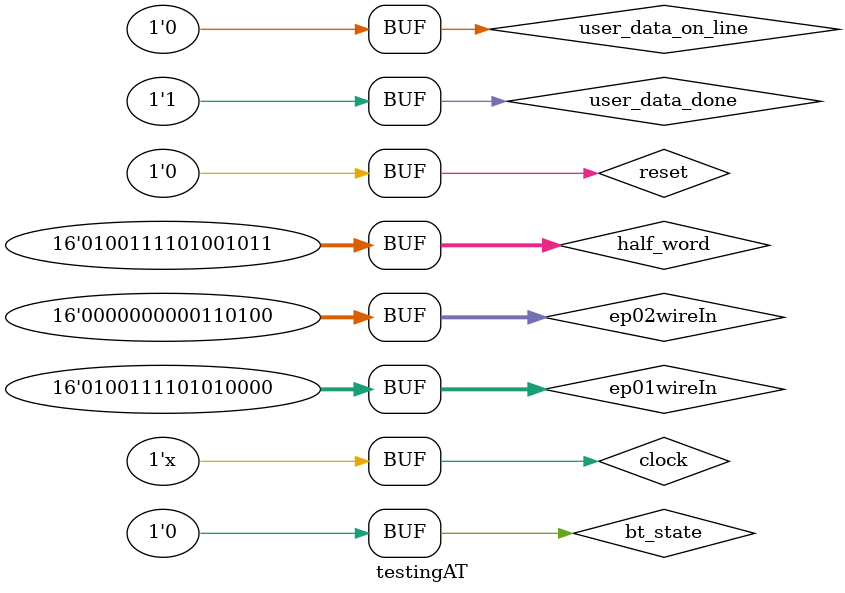
<source format=v>
`timescale 1us / 1ps

module testingAT;

	// Inputs
	reg clock;
	reg reset;
	reg bt_state;
	reg [15:0] ep01wireIn;
	reg [15:0] ep02wireIn;
	
	parameter uart_cpd = 10'd50;
	parameter uart_byte_spacing = 10'd12;
	
	reg [15:0] half_word;
	reg user_data_on_line;
	reg user_data_done;

	// Outputs
	wire fpga_txd;
	wire fpga_rxd;
	wire [15:0] ep20wireOut;
	wire [15:0] ep21wireOut;
	wire [15:0] ep22wireOut;
	wire [15:0] ep23wireOut;
	wire [15:0] ep24wireOut;
	wire [15:0] ep25wireOut;
	wire tx_done;

	// Instantiate the Unit Under Test (UUT)
	FPGA_Bluetooth_connection uut (
		.clock(clock), 
		.bt_state(bt_state), 
		.fpga_txd(fpga_txd), 
		.fpga_rxd(fpga_rxd), 
		.uart_cpd(uart_cpd),
		.uart_byte_spacing_limit(uart_byte_spacing),
		.ep01wireIn(ep01wireIn), 
		.ep02wireIn(ep02wireIn),
		.ep20wireOut(ep20wireOut), 
		.ep21wireOut(ep21wireOut),
		.ep22wireOut(ep22wireOut),
		.ep23wireOut(ep23wireOut),
		.ep24wireOut(ep24wireOut), 
		.ep25wireOut(ep25wireOut)
	);
	
	UART_sender_for_testing help(
		.clock(clock), 
		.reset(reset),
		.uart_cpd(uart_cpd), 
		.uart_byte_spacing(uart_byte_spacing),
		.user_data_on_line(user_data_on_line), 
		.user_data_done(user_data_done),
		.tx_done(tx_done),
		.half_word(half_word),
		.tx_line(fpga_rxd)
	);
	
	always begin
		#1 clock = !clock;
	end

	initial begin
		// Initialize Inputs
		clock = 0;
		reset = 1'b1;
		bt_state = 0;
		ep01wireIn = 0;
		ep02wireIn = 0;
		user_data_on_line = 1'b0;
		user_data_done = 1'b0;
		half_word = 16'h0000;

		// Wait 100 us for global reset to finish
		#100;
        
		// Add stimulus here
		#0 reset = 1'b0;
		#0 ep02wireIn = 16'h0001;
		
		#50 ep02wireIn = 16'h0004;
		
		#100 ep01wireIn = "AT";
		#100 ep02wireIn = 16'h000C;
		
		#150 ep02wireIn = 16'h0014;
		
		#200 ep01wireIn = "+N";
		#200 ep02wireIn = 16'h000C;
		
		#250 ep02wireIn = 16'h0014;		
		
		#300 ep01wireIn = "AM";
		#300 ep02wireIn = 16'h000C;
		
		#350 ep02wireIn = 16'h0014;
		
		#400 ep01wireIn = "E=";
		#400 ep02wireIn = 16'h000C;
		
		#450 ep02wireIn = 16'h0014;
		
		#500 ep01wireIn = "OP";
		#500 ep02wireIn = 16'h000C;
		
		#550 ep02wireIn = 16'h0034;
		
		#6000 half_word = "OK";
		#6000 user_data_on_line = 1'b1;
		#6001 user_data_on_line = 1'b0;
		
		#6300 user_data_done = 1'b1;
		
	end
	
endmodule


</source>
